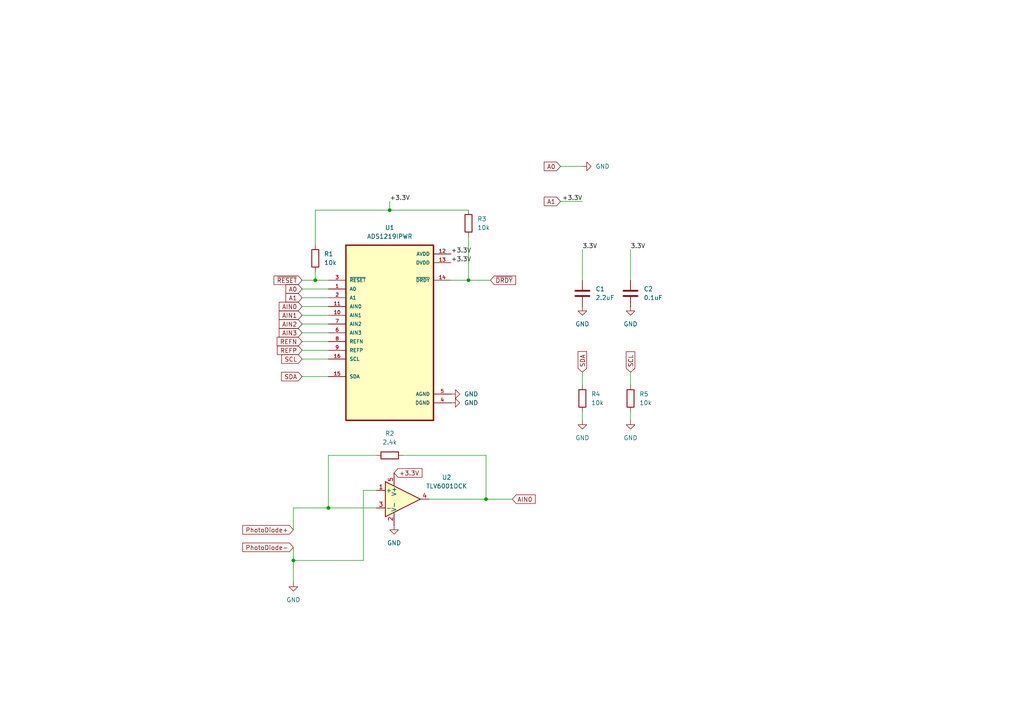
<source format=kicad_sch>
(kicad_sch
	(version 20231120)
	(generator "eeschema")
	(generator_version "8.0")
	(uuid "81b3bac8-7b40-4b78-8710-777a234a688f")
	(paper "A4")
	(lib_symbols
		(symbol "ADS1219IPWR:ADS1219IPWR"
			(pin_names
				(offset 1.016)
			)
			(exclude_from_sim no)
			(in_bom yes)
			(on_board yes)
			(property "Reference" "U"
				(at -12.7 26.4 0)
				(effects
					(font
						(size 1.27 1.27)
					)
					(justify left bottom)
				)
			)
			(property "Value" "ADS1219IPWR"
				(at -12.7 -29.4 0)
				(effects
					(font
						(size 1.27 1.27)
					)
					(justify left bottom)
				)
			)
			(property "Footprint" "ADS1219IPWR:SOP65P640X120-16N"
				(at 0 0 0)
				(effects
					(font
						(size 1.27 1.27)
					)
					(justify bottom)
					(hide yes)
				)
			)
			(property "Datasheet" ""
				(at 0 0 0)
				(effects
					(font
						(size 1.27 1.27)
					)
					(hide yes)
				)
			)
			(property "Description" ""
				(at 0 0 0)
				(effects
					(font
						(size 1.27 1.27)
					)
					(hide yes)
				)
			)
			(property "MF" "Texas Instruments"
				(at 0 0 0)
				(effects
					(font
						(size 1.27 1.27)
					)
					(justify bottom)
					(hide yes)
				)
			)
			(property "Description_1" "\n                        \n                            24-bit, 1kSPS, 4-ch general-purpose delta-sigma ADC with I2C interface and external Vref inputs\n                        \n"
				(at 0 0 0)
				(effects
					(font
						(size 1.27 1.27)
					)
					(justify bottom)
					(hide yes)
				)
			)
			(property "Package" "TSSOP-16 Texas Instruments"
				(at 0 0 0)
				(effects
					(font
						(size 1.27 1.27)
					)
					(justify bottom)
					(hide yes)
				)
			)
			(property "Price" "None"
				(at 0 0 0)
				(effects
					(font
						(size 1.27 1.27)
					)
					(justify bottom)
					(hide yes)
				)
			)
			(property "SnapEDA_Link" "https://www.snapeda.com/parts/ADS1219IPWR/Texas+Instruments/view-part/?ref=snap"
				(at 0 0 0)
				(effects
					(font
						(size 1.27 1.27)
					)
					(justify bottom)
					(hide yes)
				)
			)
			(property "MP" "ADS1219IPWR"
				(at 0 0 0)
				(effects
					(font
						(size 1.27 1.27)
					)
					(justify bottom)
					(hide yes)
				)
			)
			(property "Purchase-URL" "https://www.snapeda.com/api/url_track_click_mouser/?unipart_id=3077511&manufacturer=Texas Instruments&part_name=ADS1219IPWR&search_term=None"
				(at 0 0 0)
				(effects
					(font
						(size 1.27 1.27)
					)
					(justify bottom)
					(hide yes)
				)
			)
			(property "Availability" "In Stock"
				(at 0 0 0)
				(effects
					(font
						(size 1.27 1.27)
					)
					(justify bottom)
					(hide yes)
				)
			)
			(property "Check_prices" "https://www.snapeda.com/parts/ADS1219IPWR/Texas+Instruments/view-part/?ref=eda"
				(at 0 0 0)
				(effects
					(font
						(size 1.27 1.27)
					)
					(justify bottom)
					(hide yes)
				)
			)
			(symbol "ADS1219IPWR_0_0"
				(rectangle
					(start -12.7 -25.4)
					(end 12.7 25.4)
					(stroke
						(width 0.41)
						(type default)
					)
					(fill
						(type background)
					)
				)
				(pin input line
					(at -17.78 12.7 0)
					(length 5.08)
					(name "A0"
						(effects
							(font
								(size 1.016 1.016)
							)
						)
					)
					(number "1"
						(effects
							(font
								(size 1.016 1.016)
							)
						)
					)
				)
				(pin input line
					(at -17.78 5.08 0)
					(length 5.08)
					(name "AIN1"
						(effects
							(font
								(size 1.016 1.016)
							)
						)
					)
					(number "10"
						(effects
							(font
								(size 1.016 1.016)
							)
						)
					)
				)
				(pin input line
					(at -17.78 7.62 0)
					(length 5.08)
					(name "AIN0"
						(effects
							(font
								(size 1.016 1.016)
							)
						)
					)
					(number "11"
						(effects
							(font
								(size 1.016 1.016)
							)
						)
					)
				)
				(pin power_in line
					(at 17.78 22.86 180)
					(length 5.08)
					(name "AVDD"
						(effects
							(font
								(size 1.016 1.016)
							)
						)
					)
					(number "12"
						(effects
							(font
								(size 1.016 1.016)
							)
						)
					)
				)
				(pin power_in line
					(at 17.78 20.32 180)
					(length 5.08)
					(name "DVDD"
						(effects
							(font
								(size 1.016 1.016)
							)
						)
					)
					(number "13"
						(effects
							(font
								(size 1.016 1.016)
							)
						)
					)
				)
				(pin output line
					(at 17.78 15.24 180)
					(length 5.08)
					(name "~{DRDY}"
						(effects
							(font
								(size 1.016 1.016)
							)
						)
					)
					(number "14"
						(effects
							(font
								(size 1.016 1.016)
							)
						)
					)
				)
				(pin bidirectional line
					(at -17.78 -12.7 0)
					(length 5.08)
					(name "SDA"
						(effects
							(font
								(size 1.016 1.016)
							)
						)
					)
					(number "15"
						(effects
							(font
								(size 1.016 1.016)
							)
						)
					)
				)
				(pin input line
					(at -17.78 -7.62 0)
					(length 5.08)
					(name "SCL"
						(effects
							(font
								(size 1.016 1.016)
							)
						)
					)
					(number "16"
						(effects
							(font
								(size 1.016 1.016)
							)
						)
					)
				)
				(pin input line
					(at -17.78 10.16 0)
					(length 5.08)
					(name "A1"
						(effects
							(font
								(size 1.016 1.016)
							)
						)
					)
					(number "2"
						(effects
							(font
								(size 1.016 1.016)
							)
						)
					)
				)
				(pin input line
					(at -17.78 15.24 0)
					(length 5.08)
					(name "~{RESET}"
						(effects
							(font
								(size 1.016 1.016)
							)
						)
					)
					(number "3"
						(effects
							(font
								(size 1.016 1.016)
							)
						)
					)
				)
				(pin power_in line
					(at 17.78 -20.32 180)
					(length 5.08)
					(name "DGND"
						(effects
							(font
								(size 1.016 1.016)
							)
						)
					)
					(number "4"
						(effects
							(font
								(size 1.016 1.016)
							)
						)
					)
				)
				(pin power_in line
					(at 17.78 -17.78 180)
					(length 5.08)
					(name "AGND"
						(effects
							(font
								(size 1.016 1.016)
							)
						)
					)
					(number "5"
						(effects
							(font
								(size 1.016 1.016)
							)
						)
					)
				)
				(pin input line
					(at -17.78 0 0)
					(length 5.08)
					(name "AIN3"
						(effects
							(font
								(size 1.016 1.016)
							)
						)
					)
					(number "6"
						(effects
							(font
								(size 1.016 1.016)
							)
						)
					)
				)
				(pin input line
					(at -17.78 2.54 0)
					(length 5.08)
					(name "AIN2"
						(effects
							(font
								(size 1.016 1.016)
							)
						)
					)
					(number "7"
						(effects
							(font
								(size 1.016 1.016)
							)
						)
					)
				)
				(pin input line
					(at -17.78 -2.54 0)
					(length 5.08)
					(name "REFN"
						(effects
							(font
								(size 1.016 1.016)
							)
						)
					)
					(number "8"
						(effects
							(font
								(size 1.016 1.016)
							)
						)
					)
				)
				(pin input line
					(at -17.78 -5.08 0)
					(length 5.08)
					(name "REFP"
						(effects
							(font
								(size 1.016 1.016)
							)
						)
					)
					(number "9"
						(effects
							(font
								(size 1.016 1.016)
							)
						)
					)
				)
			)
		)
		(symbol "Amplifier_Operational:TLV6001DCK"
			(pin_names
				(offset 0.127)
			)
			(exclude_from_sim no)
			(in_bom yes)
			(on_board yes)
			(property "Reference" "U"
				(at 7.62 2.54 0)
				(effects
					(font
						(size 1.27 1.27)
					)
				)
			)
			(property "Value" "TLV6001DCK"
				(at 11.43 -2.54 0)
				(effects
					(font
						(size 1.27 1.27)
					)
				)
			)
			(property "Footprint" "Package_TO_SOT_SMD:SOT-353_SC-70-5"
				(at 5.08 0 0)
				(effects
					(font
						(size 1.27 1.27)
					)
					(hide yes)
				)
			)
			(property "Datasheet" "http://www.ti.com/lit/ds/symlink/tlv6001.pdf"
				(at 0 0 0)
				(effects
					(font
						(size 1.27 1.27)
					)
					(hide yes)
				)
			)
			(property "Description" "Low-power, Rail-to-rail, 1MHz Operational Amplifier, SOT-353"
				(at 0 0 0)
				(effects
					(font
						(size 1.27 1.27)
					)
					(hide yes)
				)
			)
			(property "ki_keywords" "op amp operational amplifier"
				(at 0 0 0)
				(effects
					(font
						(size 1.27 1.27)
					)
					(hide yes)
				)
			)
			(property "ki_fp_filters" "SOT*353*SC*70*"
				(at 0 0 0)
				(effects
					(font
						(size 1.27 1.27)
					)
					(hide yes)
				)
			)
			(symbol "TLV6001DCK_0_1"
				(polyline
					(pts
						(xy -2.54 5.08) (xy -2.54 -5.08) (xy 7.62 0) (xy -2.54 5.08)
					)
					(stroke
						(width 0.254)
						(type default)
					)
					(fill
						(type background)
					)
				)
			)
			(symbol "TLV6001DCK_1_1"
				(pin input line
					(at -5.08 2.54 0)
					(length 2.54)
					(name "+"
						(effects
							(font
								(size 1.27 1.27)
							)
						)
					)
					(number "1"
						(effects
							(font
								(size 1.27 1.27)
							)
						)
					)
				)
				(pin power_in line
					(at 0 -7.62 90)
					(length 3.81)
					(name "V-"
						(effects
							(font
								(size 1.27 1.27)
							)
						)
					)
					(number "2"
						(effects
							(font
								(size 1.27 1.27)
							)
						)
					)
				)
				(pin input line
					(at -5.08 -2.54 0)
					(length 2.54)
					(name "-"
						(effects
							(font
								(size 1.27 1.27)
							)
						)
					)
					(number "3"
						(effects
							(font
								(size 1.27 1.27)
							)
						)
					)
				)
				(pin output line
					(at 10.16 0 180)
					(length 2.54)
					(name "~"
						(effects
							(font
								(size 1.27 1.27)
							)
						)
					)
					(number "4"
						(effects
							(font
								(size 1.27 1.27)
							)
						)
					)
				)
				(pin power_in line
					(at 0 7.62 270)
					(length 3.81)
					(name "V+"
						(effects
							(font
								(size 1.27 1.27)
							)
						)
					)
					(number "5"
						(effects
							(font
								(size 1.27 1.27)
							)
						)
					)
				)
			)
		)
		(symbol "Device:C"
			(pin_numbers hide)
			(pin_names
				(offset 0.254)
			)
			(exclude_from_sim no)
			(in_bom yes)
			(on_board yes)
			(property "Reference" "C"
				(at 0.635 2.54 0)
				(effects
					(font
						(size 1.27 1.27)
					)
					(justify left)
				)
			)
			(property "Value" "C"
				(at 0.635 -2.54 0)
				(effects
					(font
						(size 1.27 1.27)
					)
					(justify left)
				)
			)
			(property "Footprint" ""
				(at 0.9652 -3.81 0)
				(effects
					(font
						(size 1.27 1.27)
					)
					(hide yes)
				)
			)
			(property "Datasheet" "~"
				(at 0 0 0)
				(effects
					(font
						(size 1.27 1.27)
					)
					(hide yes)
				)
			)
			(property "Description" "Unpolarized capacitor"
				(at 0 0 0)
				(effects
					(font
						(size 1.27 1.27)
					)
					(hide yes)
				)
			)
			(property "ki_keywords" "cap capacitor"
				(at 0 0 0)
				(effects
					(font
						(size 1.27 1.27)
					)
					(hide yes)
				)
			)
			(property "ki_fp_filters" "C_*"
				(at 0 0 0)
				(effects
					(font
						(size 1.27 1.27)
					)
					(hide yes)
				)
			)
			(symbol "C_0_1"
				(polyline
					(pts
						(xy -2.032 -0.762) (xy 2.032 -0.762)
					)
					(stroke
						(width 0.508)
						(type default)
					)
					(fill
						(type none)
					)
				)
				(polyline
					(pts
						(xy -2.032 0.762) (xy 2.032 0.762)
					)
					(stroke
						(width 0.508)
						(type default)
					)
					(fill
						(type none)
					)
				)
			)
			(symbol "C_1_1"
				(pin passive line
					(at 0 3.81 270)
					(length 2.794)
					(name "~"
						(effects
							(font
								(size 1.27 1.27)
							)
						)
					)
					(number "1"
						(effects
							(font
								(size 1.27 1.27)
							)
						)
					)
				)
				(pin passive line
					(at 0 -3.81 90)
					(length 2.794)
					(name "~"
						(effects
							(font
								(size 1.27 1.27)
							)
						)
					)
					(number "2"
						(effects
							(font
								(size 1.27 1.27)
							)
						)
					)
				)
			)
		)
		(symbol "Device:R"
			(pin_numbers hide)
			(pin_names
				(offset 0)
			)
			(exclude_from_sim no)
			(in_bom yes)
			(on_board yes)
			(property "Reference" "R"
				(at 2.032 0 90)
				(effects
					(font
						(size 1.27 1.27)
					)
				)
			)
			(property "Value" "R"
				(at 0 0 90)
				(effects
					(font
						(size 1.27 1.27)
					)
				)
			)
			(property "Footprint" ""
				(at -1.778 0 90)
				(effects
					(font
						(size 1.27 1.27)
					)
					(hide yes)
				)
			)
			(property "Datasheet" "~"
				(at 0 0 0)
				(effects
					(font
						(size 1.27 1.27)
					)
					(hide yes)
				)
			)
			(property "Description" "Resistor"
				(at 0 0 0)
				(effects
					(font
						(size 1.27 1.27)
					)
					(hide yes)
				)
			)
			(property "ki_keywords" "R res resistor"
				(at 0 0 0)
				(effects
					(font
						(size 1.27 1.27)
					)
					(hide yes)
				)
			)
			(property "ki_fp_filters" "R_*"
				(at 0 0 0)
				(effects
					(font
						(size 1.27 1.27)
					)
					(hide yes)
				)
			)
			(symbol "R_0_1"
				(rectangle
					(start -1.016 -2.54)
					(end 1.016 2.54)
					(stroke
						(width 0.254)
						(type default)
					)
					(fill
						(type none)
					)
				)
			)
			(symbol "R_1_1"
				(pin passive line
					(at 0 3.81 270)
					(length 1.27)
					(name "~"
						(effects
							(font
								(size 1.27 1.27)
							)
						)
					)
					(number "1"
						(effects
							(font
								(size 1.27 1.27)
							)
						)
					)
				)
				(pin passive line
					(at 0 -3.81 90)
					(length 1.27)
					(name "~"
						(effects
							(font
								(size 1.27 1.27)
							)
						)
					)
					(number "2"
						(effects
							(font
								(size 1.27 1.27)
							)
						)
					)
				)
			)
		)
		(symbol "power:GND"
			(power)
			(pin_numbers hide)
			(pin_names
				(offset 0) hide)
			(exclude_from_sim no)
			(in_bom yes)
			(on_board yes)
			(property "Reference" "#PWR"
				(at 0 -6.35 0)
				(effects
					(font
						(size 1.27 1.27)
					)
					(hide yes)
				)
			)
			(property "Value" "GND"
				(at 0 -3.81 0)
				(effects
					(font
						(size 1.27 1.27)
					)
				)
			)
			(property "Footprint" ""
				(at 0 0 0)
				(effects
					(font
						(size 1.27 1.27)
					)
					(hide yes)
				)
			)
			(property "Datasheet" ""
				(at 0 0 0)
				(effects
					(font
						(size 1.27 1.27)
					)
					(hide yes)
				)
			)
			(property "Description" "Power symbol creates a global label with name \"GND\" , ground"
				(at 0 0 0)
				(effects
					(font
						(size 1.27 1.27)
					)
					(hide yes)
				)
			)
			(property "ki_keywords" "global power"
				(at 0 0 0)
				(effects
					(font
						(size 1.27 1.27)
					)
					(hide yes)
				)
			)
			(symbol "GND_0_1"
				(polyline
					(pts
						(xy 0 0) (xy 0 -1.27) (xy 1.27 -1.27) (xy 0 -2.54) (xy -1.27 -1.27) (xy 0 -1.27)
					)
					(stroke
						(width 0)
						(type default)
					)
					(fill
						(type none)
					)
				)
			)
			(symbol "GND_1_1"
				(pin power_in line
					(at 0 0 270)
					(length 0)
					(name "~"
						(effects
							(font
								(size 1.27 1.27)
							)
						)
					)
					(number "1"
						(effects
							(font
								(size 1.27 1.27)
							)
						)
					)
				)
			)
		)
	)
	(junction
		(at 140.97 144.78)
		(diameter 0)
		(color 0 0 0 0)
		(uuid "0bd1ac15-e755-4a46-bf68-956bad38a3bd")
	)
	(junction
		(at 91.44 81.28)
		(diameter 0)
		(color 0 0 0 0)
		(uuid "32207f5b-d1f3-44c2-8e2c-e875af4d7e4a")
	)
	(junction
		(at 85.09 162.56)
		(diameter 0)
		(color 0 0 0 0)
		(uuid "3a613d10-8eb8-4c7e-aef8-d0fb68a9578f")
	)
	(junction
		(at 135.89 81.28)
		(diameter 0)
		(color 0 0 0 0)
		(uuid "3ae453c4-7c0c-4574-b004-474c81503e1e")
	)
	(junction
		(at 113.03 60.96)
		(diameter 0)
		(color 0 0 0 0)
		(uuid "869ebe36-d0fa-46a9-8fb0-0a6279dd69fc")
	)
	(junction
		(at 95.25 147.32)
		(diameter 0)
		(color 0 0 0 0)
		(uuid "8a2f3f29-ec74-46d4-8236-de84c2fd2d71")
	)
	(wire
		(pts
			(xy 87.63 109.22) (xy 95.25 109.22)
		)
		(stroke
			(width 0)
			(type default)
		)
		(uuid "0450e111-1a59-4144-a972-61aba0db8a45")
	)
	(wire
		(pts
			(xy 87.63 96.52) (xy 95.25 96.52)
		)
		(stroke
			(width 0)
			(type default)
		)
		(uuid "04a90a63-2617-40a7-b920-b26f73d69be7")
	)
	(wire
		(pts
			(xy 91.44 81.28) (xy 95.25 81.28)
		)
		(stroke
			(width 0)
			(type default)
		)
		(uuid "07eb7041-14d0-4be8-8905-59c1abbbe435")
	)
	(wire
		(pts
			(xy 182.88 119.38) (xy 182.88 121.92)
		)
		(stroke
			(width 0)
			(type default)
		)
		(uuid "0ca246bf-c74c-425c-af36-c6352d846aa9")
	)
	(wire
		(pts
			(xy 87.63 101.6) (xy 95.25 101.6)
		)
		(stroke
			(width 0)
			(type default)
		)
		(uuid "16d59049-b7ba-478d-902c-690cf8e17844")
	)
	(wire
		(pts
			(xy 87.63 93.98) (xy 95.25 93.98)
		)
		(stroke
			(width 0)
			(type default)
		)
		(uuid "2215a5a4-9a4f-422d-8e18-a06266681c22")
	)
	(wire
		(pts
			(xy 95.25 147.32) (xy 109.22 147.32)
		)
		(stroke
			(width 0)
			(type default)
		)
		(uuid "29a62d53-09b3-411e-aaf6-02d527bb152a")
	)
	(wire
		(pts
			(xy 87.63 83.82) (xy 95.25 83.82)
		)
		(stroke
			(width 0)
			(type default)
		)
		(uuid "316b1c7a-2fbc-4eb9-8fe0-d535c6a34633")
	)
	(wire
		(pts
			(xy 182.88 107.95) (xy 182.88 111.76)
		)
		(stroke
			(width 0)
			(type default)
		)
		(uuid "4ae716a6-e040-4649-933a-fbd4b911c27b")
	)
	(wire
		(pts
			(xy 168.91 119.38) (xy 168.91 121.92)
		)
		(stroke
			(width 0)
			(type default)
		)
		(uuid "4b1d2813-5879-41d1-ba1f-ff1157b5cc08")
	)
	(wire
		(pts
			(xy 168.91 72.39) (xy 168.91 81.28)
		)
		(stroke
			(width 0)
			(type default)
		)
		(uuid "4bdd14be-dea6-423c-b5a2-94d293c9f376")
	)
	(wire
		(pts
			(xy 85.09 162.56) (xy 85.09 168.91)
		)
		(stroke
			(width 0)
			(type default)
		)
		(uuid "5496927b-07fb-4522-8a93-8d62073cd530")
	)
	(wire
		(pts
			(xy 87.63 86.36) (xy 95.25 86.36)
		)
		(stroke
			(width 0)
			(type default)
		)
		(uuid "687e9d91-7700-40c4-8b1d-e9f7796864af")
	)
	(wire
		(pts
			(xy 130.81 81.28) (xy 135.89 81.28)
		)
		(stroke
			(width 0)
			(type default)
		)
		(uuid "6a80ae08-4d6a-4ff7-b597-8d647746c802")
	)
	(wire
		(pts
			(xy 91.44 71.12) (xy 91.44 60.96)
		)
		(stroke
			(width 0)
			(type default)
		)
		(uuid "6c296ab8-77f9-4a02-9df5-ada8fd64c417")
	)
	(wire
		(pts
			(xy 91.44 60.96) (xy 113.03 60.96)
		)
		(stroke
			(width 0)
			(type default)
		)
		(uuid "720f61aa-73ae-44be-9fbd-849f31a5bc12")
	)
	(wire
		(pts
			(xy 140.97 132.08) (xy 140.97 144.78)
		)
		(stroke
			(width 0)
			(type default)
		)
		(uuid "74e0ea3b-b265-4bbd-8790-af356a0f28c2")
	)
	(wire
		(pts
			(xy 85.09 147.32) (xy 95.25 147.32)
		)
		(stroke
			(width 0)
			(type default)
		)
		(uuid "7b6b75d5-6686-4caf-9eb5-af633e76b4a0")
	)
	(wire
		(pts
			(xy 87.63 99.06) (xy 95.25 99.06)
		)
		(stroke
			(width 0)
			(type default)
		)
		(uuid "896b2bc5-a256-4a55-9044-d34762b86bf4")
	)
	(wire
		(pts
			(xy 135.89 81.28) (xy 142.24 81.28)
		)
		(stroke
			(width 0)
			(type default)
		)
		(uuid "93764237-4026-4fe5-b45c-30f32d3c8834")
	)
	(wire
		(pts
			(xy 140.97 144.78) (xy 124.46 144.78)
		)
		(stroke
			(width 0)
			(type default)
		)
		(uuid "9e5d342a-69d6-4f02-b851-1fa857fabaa2")
	)
	(wire
		(pts
			(xy 135.89 68.58) (xy 135.89 81.28)
		)
		(stroke
			(width 0)
			(type default)
		)
		(uuid "ab2827a2-9a06-47a8-ba96-fed3fd35fd33")
	)
	(wire
		(pts
			(xy 168.91 107.95) (xy 168.91 111.76)
		)
		(stroke
			(width 0)
			(type default)
		)
		(uuid "ac5c71bf-8f0e-4805-b728-d9b97d8b8716")
	)
	(wire
		(pts
			(xy 113.03 58.42) (xy 113.03 60.96)
		)
		(stroke
			(width 0)
			(type default)
		)
		(uuid "ae37307b-be87-46e1-82e3-fc49eb1b70cb")
	)
	(wire
		(pts
			(xy 85.09 153.67) (xy 85.09 147.32)
		)
		(stroke
			(width 0)
			(type default)
		)
		(uuid "b219aed4-320c-4d64-8890-67b5d77720f6")
	)
	(wire
		(pts
			(xy 85.09 158.75) (xy 85.09 162.56)
		)
		(stroke
			(width 0)
			(type default)
		)
		(uuid "bc438b9a-683a-48db-9831-5f0266301674")
	)
	(wire
		(pts
			(xy 116.84 132.08) (xy 140.97 132.08)
		)
		(stroke
			(width 0)
			(type default)
		)
		(uuid "c6b97810-c294-408e-a07a-b0e64703943f")
	)
	(wire
		(pts
			(xy 182.88 72.39) (xy 182.88 81.28)
		)
		(stroke
			(width 0)
			(type default)
		)
		(uuid "d15d9826-56aa-4825-89ab-82e1f5b7e9f5")
	)
	(wire
		(pts
			(xy 91.44 78.74) (xy 91.44 81.28)
		)
		(stroke
			(width 0)
			(type default)
		)
		(uuid "d22cd321-a795-4e4b-af5b-feb02332f6da")
	)
	(wire
		(pts
			(xy 87.63 81.28) (xy 91.44 81.28)
		)
		(stroke
			(width 0)
			(type default)
		)
		(uuid "d3a0809c-20d4-4d1c-a277-3acc69ce5e87")
	)
	(wire
		(pts
			(xy 87.63 88.9) (xy 95.25 88.9)
		)
		(stroke
			(width 0)
			(type default)
		)
		(uuid "d508c741-778c-4307-82a3-5e97973bcb37")
	)
	(wire
		(pts
			(xy 105.41 162.56) (xy 85.09 162.56)
		)
		(stroke
			(width 0)
			(type default)
		)
		(uuid "e1d83e5b-5cc4-4a07-a1af-9e04cefcdce8")
	)
	(wire
		(pts
			(xy 87.63 91.44) (xy 95.25 91.44)
		)
		(stroke
			(width 0)
			(type default)
		)
		(uuid "e794c8ac-c948-4263-aa35-89882eca5c52")
	)
	(wire
		(pts
			(xy 95.25 132.08) (xy 109.22 132.08)
		)
		(stroke
			(width 0)
			(type default)
		)
		(uuid "e8394836-8fac-4f0f-a330-bf1e2c6080af")
	)
	(wire
		(pts
			(xy 162.56 58.42) (xy 168.91 58.42)
		)
		(stroke
			(width 0)
			(type default)
		)
		(uuid "e90150cf-59b0-4afe-82b9-a51082a7ef38")
	)
	(wire
		(pts
			(xy 87.63 104.14) (xy 95.25 104.14)
		)
		(stroke
			(width 0)
			(type default)
		)
		(uuid "ee454d06-48af-4f31-966d-c359a3bc3984")
	)
	(wire
		(pts
			(xy 113.03 60.96) (xy 135.89 60.96)
		)
		(stroke
			(width 0)
			(type default)
		)
		(uuid "f07a80a3-3e05-49b1-87b1-52298aed3c1e")
	)
	(wire
		(pts
			(xy 95.25 147.32) (xy 95.25 132.08)
		)
		(stroke
			(width 0)
			(type default)
		)
		(uuid "f6b549ad-53a8-41af-a851-ff6c84e62552")
	)
	(wire
		(pts
			(xy 109.22 142.24) (xy 105.41 142.24)
		)
		(stroke
			(width 0)
			(type default)
		)
		(uuid "f772fb76-4beb-4a98-8ce9-83b76fc3a84f")
	)
	(wire
		(pts
			(xy 162.56 48.26) (xy 168.91 48.26)
		)
		(stroke
			(width 0)
			(type default)
		)
		(uuid "fafe42b9-2036-4b39-9077-2bebcd29c2a4")
	)
	(wire
		(pts
			(xy 140.97 144.78) (xy 148.59 144.78)
		)
		(stroke
			(width 0)
			(type default)
		)
		(uuid "fccd7052-8d21-428c-9b4a-dd6dec88acc8")
	)
	(wire
		(pts
			(xy 105.41 142.24) (xy 105.41 162.56)
		)
		(stroke
			(width 0)
			(type default)
		)
		(uuid "fff09bb3-f6b4-4841-bb94-2586738565b6")
	)
	(label "+3.3V"
		(at 113.03 58.42 0)
		(fields_autoplaced yes)
		(effects
			(font
				(size 1.27 1.27)
			)
			(justify left bottom)
		)
		(uuid "164a731b-e3b2-43b8-8a0d-f756c136f88d")
	)
	(label "3.3V"
		(at 182.88 72.39 0)
		(fields_autoplaced yes)
		(effects
			(font
				(size 1.27 1.27)
			)
			(justify left bottom)
		)
		(uuid "447b1340-21b2-4a6c-99e7-60f946122da8")
	)
	(label "+3.3V"
		(at 130.81 73.66 0)
		(fields_autoplaced yes)
		(effects
			(font
				(size 1.27 1.27)
			)
			(justify left bottom)
		)
		(uuid "4fd7cef7-4244-4cea-88f5-4954b8e05e5a")
	)
	(label "+3.3V"
		(at 130.81 76.2 0)
		(fields_autoplaced yes)
		(effects
			(font
				(size 1.27 1.27)
			)
			(justify left bottom)
		)
		(uuid "6af61025-b50e-47d6-b8b6-5149b0d96065")
	)
	(label "+3.3V"
		(at 168.91 58.42 180)
		(fields_autoplaced yes)
		(effects
			(font
				(size 1.27 1.27)
			)
			(justify right bottom)
		)
		(uuid "96905ab8-1ac2-4d0b-bef9-78ec6fded0b2")
	)
	(label "3.3V"
		(at 168.91 72.39 0)
		(fields_autoplaced yes)
		(effects
			(font
				(size 1.27 1.27)
			)
			(justify left bottom)
		)
		(uuid "d46953c5-9e5f-4865-b69d-cb07480d420f")
	)
	(global_label "SCL"
		(shape input)
		(at 87.63 104.14 180)
		(fields_autoplaced yes)
		(effects
			(font
				(size 1.27 1.27)
			)
			(justify right)
		)
		(uuid "15a63557-a9f9-41ae-8881-910561f729ad")
		(property "Intersheetrefs" "${INTERSHEET_REFS}"
			(at 81.1372 104.14 0)
			(effects
				(font
					(size 1.27 1.27)
				)
				(justify right)
				(hide yes)
			)
		)
	)
	(global_label "A0"
		(shape input)
		(at 162.56 48.26 180)
		(fields_autoplaced yes)
		(effects
			(font
				(size 1.27 1.27)
			)
			(justify right)
		)
		(uuid "1ed38f08-0bed-4ad1-848f-30affd81ed98")
		(property "Intersheetrefs" "${INTERSHEET_REFS}"
			(at 157.2767 48.26 0)
			(effects
				(font
					(size 1.27 1.27)
				)
				(justify right)
				(hide yes)
			)
		)
	)
	(global_label "+3.3V"
		(shape input)
		(at 114.3 137.16 0)
		(fields_autoplaced yes)
		(effects
			(font
				(size 1.27 1.27)
			)
			(justify left)
		)
		(uuid "4e2e0b47-8655-44c0-98f6-9febd1666106")
		(property "Intersheetrefs" "${INTERSHEET_REFS}"
			(at 122.97 137.16 0)
			(effects
				(font
					(size 1.27 1.27)
				)
				(justify left)
				(hide yes)
			)
		)
	)
	(global_label "AIN3"
		(shape input)
		(at 87.63 96.52 180)
		(fields_autoplaced yes)
		(effects
			(font
				(size 1.27 1.27)
			)
			(justify right)
		)
		(uuid "502261ab-deac-4caf-bfde-591a407eb97d")
		(property "Intersheetrefs" "${INTERSHEET_REFS}"
			(at 80.4114 96.52 0)
			(effects
				(font
					(size 1.27 1.27)
				)
				(justify right)
				(hide yes)
			)
		)
	)
	(global_label "~{DRDY}"
		(shape input)
		(at 142.24 81.28 0)
		(fields_autoplaced yes)
		(effects
			(font
				(size 1.27 1.27)
			)
			(justify left)
		)
		(uuid "535e1b80-af14-4420-8b16-0344ebcb7646")
		(property "Intersheetrefs" "${INTERSHEET_REFS}"
			(at 150.1238 81.28 0)
			(effects
				(font
					(size 1.27 1.27)
				)
				(justify left)
				(hide yes)
			)
		)
	)
	(global_label "A1"
		(shape input)
		(at 162.56 58.42 180)
		(fields_autoplaced yes)
		(effects
			(font
				(size 1.27 1.27)
			)
			(justify right)
		)
		(uuid "5be4b570-2bc5-496d-975d-144b91bcf8df")
		(property "Intersheetrefs" "${INTERSHEET_REFS}"
			(at 157.2767 58.42 0)
			(effects
				(font
					(size 1.27 1.27)
				)
				(justify right)
				(hide yes)
			)
		)
	)
	(global_label "A1"
		(shape input)
		(at 87.63 86.36 180)
		(fields_autoplaced yes)
		(effects
			(font
				(size 1.27 1.27)
			)
			(justify right)
		)
		(uuid "692e1832-e1d0-41d6-ba7f-0ea2756e3544")
		(property "Intersheetrefs" "${INTERSHEET_REFS}"
			(at 82.3467 86.36 0)
			(effects
				(font
					(size 1.27 1.27)
				)
				(justify right)
				(hide yes)
			)
		)
	)
	(global_label "SDA"
		(shape input)
		(at 168.91 107.95 90)
		(fields_autoplaced yes)
		(effects
			(font
				(size 1.27 1.27)
			)
			(justify left)
		)
		(uuid "7bb65827-3737-41a4-af46-67992a27cdfe")
		(property "Intersheetrefs" "${INTERSHEET_REFS}"
			(at 168.91 101.3967 90)
			(effects
				(font
					(size 1.27 1.27)
				)
				(justify left)
				(hide yes)
			)
		)
	)
	(global_label "~{RESET}"
		(shape input)
		(at 87.63 81.28 180)
		(fields_autoplaced yes)
		(effects
			(font
				(size 1.27 1.27)
			)
			(justify right)
		)
		(uuid "959206c2-6755-40e2-b755-9a50f2046c4a")
		(property "Intersheetrefs" "${INTERSHEET_REFS}"
			(at 78.8997 81.28 0)
			(effects
				(font
					(size 1.27 1.27)
				)
				(justify right)
				(hide yes)
			)
		)
	)
	(global_label "AIN0"
		(shape input)
		(at 148.59 144.78 0)
		(fields_autoplaced yes)
		(effects
			(font
				(size 1.27 1.27)
			)
			(justify left)
		)
		(uuid "abb117df-d6da-4309-a10c-677e52871219")
		(property "Intersheetrefs" "${INTERSHEET_REFS}"
			(at 155.8086 144.78 0)
			(effects
				(font
					(size 1.27 1.27)
				)
				(justify left)
				(hide yes)
			)
		)
	)
	(global_label "SDA"
		(shape input)
		(at 87.63 109.22 180)
		(fields_autoplaced yes)
		(effects
			(font
				(size 1.27 1.27)
			)
			(justify right)
		)
		(uuid "ad40a929-80f8-4861-824f-6c9bbeefa43d")
		(property "Intersheetrefs" "${INTERSHEET_REFS}"
			(at 81.0767 109.22 0)
			(effects
				(font
					(size 1.27 1.27)
				)
				(justify right)
				(hide yes)
			)
		)
	)
	(global_label "A0"
		(shape input)
		(at 87.63 83.82 180)
		(fields_autoplaced yes)
		(effects
			(font
				(size 1.27 1.27)
			)
			(justify right)
		)
		(uuid "ae79eb79-0798-4dfe-81f2-bfd8a206f625")
		(property "Intersheetrefs" "${INTERSHEET_REFS}"
			(at 82.3467 83.82 0)
			(effects
				(font
					(size 1.27 1.27)
				)
				(justify right)
				(hide yes)
			)
		)
	)
	(global_label "REFP"
		(shape input)
		(at 87.63 101.6 180)
		(fields_autoplaced yes)
		(effects
			(font
				(size 1.27 1.27)
			)
			(justify right)
		)
		(uuid "c545726f-bee2-4039-93f5-c931b8f88618")
		(property "Intersheetrefs" "${INTERSHEET_REFS}"
			(at 79.8672 101.6 0)
			(effects
				(font
					(size 1.27 1.27)
				)
				(justify right)
				(hide yes)
			)
		)
	)
	(global_label "AIN2"
		(shape input)
		(at 87.63 93.98 180)
		(fields_autoplaced yes)
		(effects
			(font
				(size 1.27 1.27)
			)
			(justify right)
		)
		(uuid "cf6969fe-6ccf-4adf-987a-8c000fe68fb4")
		(property "Intersheetrefs" "${INTERSHEET_REFS}"
			(at 80.4114 93.98 0)
			(effects
				(font
					(size 1.27 1.27)
				)
				(justify right)
				(hide yes)
			)
		)
	)
	(global_label "PhotoDiode+"
		(shape input)
		(at 85.09 153.67 180)
		(fields_autoplaced yes)
		(effects
			(font
				(size 1.27 1.27)
			)
			(justify right)
		)
		(uuid "cfde4e39-ca28-4022-80bf-0b734f9b2b93")
		(property "Intersheetrefs" "${INTERSHEET_REFS}"
			(at 69.8283 153.67 0)
			(effects
				(font
					(size 1.27 1.27)
				)
				(justify right)
				(hide yes)
			)
		)
	)
	(global_label "AIN0"
		(shape input)
		(at 87.63 88.9 180)
		(fields_autoplaced yes)
		(effects
			(font
				(size 1.27 1.27)
			)
			(justify right)
		)
		(uuid "d1d35a22-b603-4d41-848c-edad77c12d82")
		(property "Intersheetrefs" "${INTERSHEET_REFS}"
			(at 80.4114 88.9 0)
			(effects
				(font
					(size 1.27 1.27)
				)
				(justify right)
				(hide yes)
			)
		)
	)
	(global_label "PhotoDiode-"
		(shape input)
		(at 85.09 158.75 180)
		(fields_autoplaced yes)
		(effects
			(font
				(size 1.27 1.27)
			)
			(justify right)
		)
		(uuid "e59fef20-1612-4313-a9ed-4c5cf437784f")
		(property "Intersheetrefs" "${INTERSHEET_REFS}"
			(at 69.8283 158.75 0)
			(effects
				(font
					(size 1.27 1.27)
				)
				(justify right)
				(hide yes)
			)
		)
	)
	(global_label "REFN"
		(shape input)
		(at 87.63 99.06 180)
		(fields_autoplaced yes)
		(effects
			(font
				(size 1.27 1.27)
			)
			(justify right)
		)
		(uuid "f247b2ff-a461-4a00-9326-6e8894efccfc")
		(property "Intersheetrefs" "${INTERSHEET_REFS}"
			(at 79.8067 99.06 0)
			(effects
				(font
					(size 1.27 1.27)
				)
				(justify right)
				(hide yes)
			)
		)
	)
	(global_label "SCL"
		(shape input)
		(at 182.88 107.95 90)
		(fields_autoplaced yes)
		(effects
			(font
				(size 1.27 1.27)
			)
			(justify left)
		)
		(uuid "f369148b-bb8e-4989-b518-a2e8036fdf64")
		(property "Intersheetrefs" "${INTERSHEET_REFS}"
			(at 182.88 101.4572 90)
			(effects
				(font
					(size 1.27 1.27)
				)
				(justify left)
				(hide yes)
			)
		)
	)
	(global_label "AIN1"
		(shape input)
		(at 87.63 91.44 180)
		(fields_autoplaced yes)
		(effects
			(font
				(size 1.27 1.27)
			)
			(justify right)
		)
		(uuid "f951c191-b570-4b02-834c-2e01c6a1cdf6")
		(property "Intersheetrefs" "${INTERSHEET_REFS}"
			(at 80.4114 91.44 0)
			(effects
				(font
					(size 1.27 1.27)
				)
				(justify right)
				(hide yes)
			)
		)
	)
	(symbol
		(lib_id "power:GND")
		(at 168.91 88.9 0)
		(unit 1)
		(exclude_from_sim no)
		(in_bom yes)
		(on_board yes)
		(dnp no)
		(fields_autoplaced yes)
		(uuid "1717c988-caf1-46d4-8edb-8a8c9f4974fb")
		(property "Reference" "#PWR03"
			(at 168.91 95.25 0)
			(effects
				(font
					(size 1.27 1.27)
				)
				(hide yes)
			)
		)
		(property "Value" "GND"
			(at 168.91 93.98 0)
			(effects
				(font
					(size 1.27 1.27)
				)
			)
		)
		(property "Footprint" ""
			(at 168.91 88.9 0)
			(effects
				(font
					(size 1.27 1.27)
				)
				(hide yes)
			)
		)
		(property "Datasheet" ""
			(at 168.91 88.9 0)
			(effects
				(font
					(size 1.27 1.27)
				)
				(hide yes)
			)
		)
		(property "Description" "Power symbol creates a global label with name \"GND\" , ground"
			(at 168.91 88.9 0)
			(effects
				(font
					(size 1.27 1.27)
				)
				(hide yes)
			)
		)
		(pin "1"
			(uuid "ba76ba7d-4c6c-4766-b4ca-83a60f49a1e9")
		)
		(instances
			(project ""
				(path "/81b3bac8-7b40-4b78-8710-777a234a688f"
					(reference "#PWR03")
					(unit 1)
				)
			)
		)
	)
	(symbol
		(lib_id "power:GND")
		(at 114.3 152.4 0)
		(unit 1)
		(exclude_from_sim no)
		(in_bom yes)
		(on_board yes)
		(dnp no)
		(fields_autoplaced yes)
		(uuid "272f85bb-dd5e-4a33-8afc-95c2039a03b7")
		(property "Reference" "#PWR07"
			(at 114.3 158.75 0)
			(effects
				(font
					(size 1.27 1.27)
				)
				(hide yes)
			)
		)
		(property "Value" "GND"
			(at 114.3 157.48 0)
			(effects
				(font
					(size 1.27 1.27)
				)
			)
		)
		(property "Footprint" ""
			(at 114.3 152.4 0)
			(effects
				(font
					(size 1.27 1.27)
				)
				(hide yes)
			)
		)
		(property "Datasheet" ""
			(at 114.3 152.4 0)
			(effects
				(font
					(size 1.27 1.27)
				)
				(hide yes)
			)
		)
		(property "Description" "Power symbol creates a global label with name \"GND\" , ground"
			(at 114.3 152.4 0)
			(effects
				(font
					(size 1.27 1.27)
				)
				(hide yes)
			)
		)
		(pin "1"
			(uuid "20cab624-095f-46ed-8710-536e4dcbc4d8")
		)
		(instances
			(project ""
				(path "/81b3bac8-7b40-4b78-8710-777a234a688f"
					(reference "#PWR07")
					(unit 1)
				)
			)
		)
	)
	(symbol
		(lib_id "power:GND")
		(at 130.81 114.3 90)
		(unit 1)
		(exclude_from_sim no)
		(in_bom yes)
		(on_board yes)
		(dnp no)
		(fields_autoplaced yes)
		(uuid "2736e114-2465-46ec-b585-d59917dd4ec0")
		(property "Reference" "#PWR01"
			(at 137.16 114.3 0)
			(effects
				(font
					(size 1.27 1.27)
				)
				(hide yes)
			)
		)
		(property "Value" "GND"
			(at 134.62 114.2999 90)
			(effects
				(font
					(size 1.27 1.27)
				)
				(justify right)
			)
		)
		(property "Footprint" ""
			(at 130.81 114.3 0)
			(effects
				(font
					(size 1.27 1.27)
				)
				(hide yes)
			)
		)
		(property "Datasheet" ""
			(at 130.81 114.3 0)
			(effects
				(font
					(size 1.27 1.27)
				)
				(hide yes)
			)
		)
		(property "Description" "Power symbol creates a global label with name \"GND\" , ground"
			(at 130.81 114.3 0)
			(effects
				(font
					(size 1.27 1.27)
				)
				(hide yes)
			)
		)
		(pin "1"
			(uuid "80c2f6d6-9a11-4fff-8402-8cfadc3aece0")
		)
		(instances
			(project ""
				(path "/81b3bac8-7b40-4b78-8710-777a234a688f"
					(reference "#PWR01")
					(unit 1)
				)
			)
		)
	)
	(symbol
		(lib_id "ADS1219IPWR:ADS1219IPWR")
		(at 113.03 96.52 0)
		(unit 1)
		(exclude_from_sim no)
		(in_bom yes)
		(on_board yes)
		(dnp no)
		(uuid "3e855f92-213a-4f85-bad1-33d88b03a0c9")
		(property "Reference" "U1"
			(at 113.03 66.04 0)
			(effects
				(font
					(size 1.27 1.27)
				)
			)
		)
		(property "Value" "ADS1219IPWR"
			(at 113.03 68.58 0)
			(effects
				(font
					(size 1.27 1.27)
				)
			)
		)
		(property "Footprint" "ADS1219IPWR:SOP65P640X120-16N"
			(at 113.03 96.52 0)
			(effects
				(font
					(size 1.27 1.27)
				)
				(justify bottom)
				(hide yes)
			)
		)
		(property "Datasheet" ""
			(at 113.03 96.52 0)
			(effects
				(font
					(size 1.27 1.27)
				)
				(hide yes)
			)
		)
		(property "Description" ""
			(at 113.03 96.52 0)
			(effects
				(font
					(size 1.27 1.27)
				)
				(hide yes)
			)
		)
		(property "MF" "Texas Instruments"
			(at 113.03 96.52 0)
			(effects
				(font
					(size 1.27 1.27)
				)
				(justify bottom)
				(hide yes)
			)
		)
		(property "Description_1" "\n                        \n                            24-bit, 1kSPS, 4-ch general-purpose delta-sigma ADC with I2C interface and external Vref inputs\n                        \n"
			(at 113.03 96.52 0)
			(effects
				(font
					(size 1.27 1.27)
				)
				(justify bottom)
				(hide yes)
			)
		)
		(property "Package" "TSSOP-16 Texas Instruments"
			(at 113.03 96.52 0)
			(effects
				(font
					(size 1.27 1.27)
				)
				(justify bottom)
				(hide yes)
			)
		)
		(property "Price" "None"
			(at 113.03 96.52 0)
			(effects
				(font
					(size 1.27 1.27)
				)
				(justify bottom)
				(hide yes)
			)
		)
		(property "SnapEDA_Link" "https://www.snapeda.com/parts/ADS1219IPWR/Texas+Instruments/view-part/?ref=snap"
			(at 113.03 96.52 0)
			(effects
				(font
					(size 1.27 1.27)
				)
				(justify bottom)
				(hide yes)
			)
		)
		(property "MP" "ADS1219IPWR"
			(at 113.03 96.52 0)
			(effects
				(font
					(size 1.27 1.27)
				)
				(justify bottom)
				(hide yes)
			)
		)
		(property "Purchase-URL" "https://www.snapeda.com/api/url_track_click_mouser/?unipart_id=3077511&manufacturer=Texas Instruments&part_name=ADS1219IPWR&search_term=None"
			(at 113.03 96.52 0)
			(effects
				(font
					(size 1.27 1.27)
				)
				(justify bottom)
				(hide yes)
			)
		)
		(property "Availability" "In Stock"
			(at 113.03 96.52 0)
			(effects
				(font
					(size 1.27 1.27)
				)
				(justify bottom)
				(hide yes)
			)
		)
		(property "Check_prices" "https://www.snapeda.com/parts/ADS1219IPWR/Texas+Instruments/view-part/?ref=eda"
			(at 113.03 96.52 0)
			(effects
				(font
					(size 1.27 1.27)
				)
				(justify bottom)
				(hide yes)
			)
		)
		(pin "4"
			(uuid "3d8641f7-23c3-4884-b44b-41347417a84e")
		)
		(pin "15"
			(uuid "60ae8a79-4d30-4cf2-b96f-6eb5c98f6d5e")
		)
		(pin "11"
			(uuid "38c62c63-e953-4e10-82f8-4c93c6ee6530")
		)
		(pin "16"
			(uuid "2596e066-8cc2-4ed4-9f7a-7f10b5878478")
		)
		(pin "7"
			(uuid "2ef12313-7d7f-4ac4-9192-9d90f82ed2ee")
		)
		(pin "9"
			(uuid "021dc374-bf00-4cbd-81ba-97f701372698")
		)
		(pin "6"
			(uuid "c9beaedf-8be3-4076-8ae3-ee1ffd0d1635")
		)
		(pin "8"
			(uuid "b3caf40d-e2d5-4a0f-bb43-b6fbcc1a3801")
		)
		(pin "12"
			(uuid "43941bcf-97e6-4a49-a363-6d7abb757fee")
		)
		(pin "14"
			(uuid "2b407b2a-e169-4eca-aeb8-7a350ffcd8e0")
		)
		(pin "3"
			(uuid "c8aa39b7-be9f-4940-b830-98bb9bfb25b2")
		)
		(pin "10"
			(uuid "5591c41d-f0ca-4bc3-adeb-ef2c3005bcc4")
		)
		(pin "5"
			(uuid "a9cdb33d-8d43-4249-b9ca-80dc49ddca2a")
		)
		(pin "2"
			(uuid "5cea6097-41c3-4566-91d8-1971c3a01bc5")
		)
		(pin "13"
			(uuid "92b9179c-d462-41b9-afbd-1c3474dd904f")
		)
		(pin "1"
			(uuid "b57f84a1-3dd4-4b3a-9973-3f6aa211be46")
		)
		(instances
			(project ""
				(path "/81b3bac8-7b40-4b78-8710-777a234a688f"
					(reference "U1")
					(unit 1)
				)
			)
		)
	)
	(symbol
		(lib_id "power:GND")
		(at 182.88 121.92 0)
		(unit 1)
		(exclude_from_sim no)
		(in_bom yes)
		(on_board yes)
		(dnp no)
		(fields_autoplaced yes)
		(uuid "5af39d7a-02b5-4445-9d71-ee4ba11feddf")
		(property "Reference" "#PWR09"
			(at 182.88 128.27 0)
			(effects
				(font
					(size 1.27 1.27)
				)
				(hide yes)
			)
		)
		(property "Value" "GND"
			(at 182.88 127 0)
			(effects
				(font
					(size 1.27 1.27)
				)
			)
		)
		(property "Footprint" ""
			(at 182.88 121.92 0)
			(effects
				(font
					(size 1.27 1.27)
				)
				(hide yes)
			)
		)
		(property "Datasheet" ""
			(at 182.88 121.92 0)
			(effects
				(font
					(size 1.27 1.27)
				)
				(hide yes)
			)
		)
		(property "Description" "Power symbol creates a global label with name \"GND\" , ground"
			(at 182.88 121.92 0)
			(effects
				(font
					(size 1.27 1.27)
				)
				(hide yes)
			)
		)
		(pin "1"
			(uuid "55a57a00-ecc0-4cc6-b2e0-51da3f3e4ab8")
		)
		(instances
			(project ""
				(path "/81b3bac8-7b40-4b78-8710-777a234a688f"
					(reference "#PWR09")
					(unit 1)
				)
			)
		)
	)
	(symbol
		(lib_id "power:GND")
		(at 130.81 116.84 90)
		(unit 1)
		(exclude_from_sim no)
		(in_bom yes)
		(on_board yes)
		(dnp no)
		(fields_autoplaced yes)
		(uuid "62d3ea93-17dc-4dab-af31-7da0b650e0f5")
		(property "Reference" "#PWR02"
			(at 137.16 116.84 0)
			(effects
				(font
					(size 1.27 1.27)
				)
				(hide yes)
			)
		)
		(property "Value" "GND"
			(at 134.62 116.8399 90)
			(effects
				(font
					(size 1.27 1.27)
				)
				(justify right)
			)
		)
		(property "Footprint" ""
			(at 130.81 116.84 0)
			(effects
				(font
					(size 1.27 1.27)
				)
				(hide yes)
			)
		)
		(property "Datasheet" ""
			(at 130.81 116.84 0)
			(effects
				(font
					(size 1.27 1.27)
				)
				(hide yes)
			)
		)
		(property "Description" "Power symbol creates a global label with name \"GND\" , ground"
			(at 130.81 116.84 0)
			(effects
				(font
					(size 1.27 1.27)
				)
				(hide yes)
			)
		)
		(pin "1"
			(uuid "54f9373c-e380-49aa-8a7b-e35ef30db784")
		)
		(instances
			(project ""
				(path "/81b3bac8-7b40-4b78-8710-777a234a688f"
					(reference "#PWR02")
					(unit 1)
				)
			)
		)
	)
	(symbol
		(lib_id "power:GND")
		(at 168.91 48.26 90)
		(unit 1)
		(exclude_from_sim no)
		(in_bom yes)
		(on_board yes)
		(dnp no)
		(fields_autoplaced yes)
		(uuid "93c5aeaa-edce-4cc0-a378-cbf104fd8781")
		(property "Reference" "#PWR05"
			(at 175.26 48.26 0)
			(effects
				(font
					(size 1.27 1.27)
				)
				(hide yes)
			)
		)
		(property "Value" "GND"
			(at 172.72 48.2599 90)
			(effects
				(font
					(size 1.27 1.27)
				)
				(justify right)
			)
		)
		(property "Footprint" ""
			(at 168.91 48.26 0)
			(effects
				(font
					(size 1.27 1.27)
				)
				(hide yes)
			)
		)
		(property "Datasheet" ""
			(at 168.91 48.26 0)
			(effects
				(font
					(size 1.27 1.27)
				)
				(hide yes)
			)
		)
		(property "Description" "Power symbol creates a global label with name \"GND\" , ground"
			(at 168.91 48.26 0)
			(effects
				(font
					(size 1.27 1.27)
				)
				(hide yes)
			)
		)
		(pin "1"
			(uuid "576feefc-91bb-49aa-a2b0-132d60fdc70d")
		)
		(instances
			(project ""
				(path "/81b3bac8-7b40-4b78-8710-777a234a688f"
					(reference "#PWR05")
					(unit 1)
				)
			)
		)
	)
	(symbol
		(lib_id "power:GND")
		(at 85.09 168.91 0)
		(unit 1)
		(exclude_from_sim no)
		(in_bom yes)
		(on_board yes)
		(dnp no)
		(fields_autoplaced yes)
		(uuid "95d887f9-951d-4716-adf1-e35111dcf2a0")
		(property "Reference" "#PWR06"
			(at 85.09 175.26 0)
			(effects
				(font
					(size 1.27 1.27)
				)
				(hide yes)
			)
		)
		(property "Value" "GND"
			(at 85.09 173.99 0)
			(effects
				(font
					(size 1.27 1.27)
				)
			)
		)
		(property "Footprint" ""
			(at 85.09 168.91 0)
			(effects
				(font
					(size 1.27 1.27)
				)
				(hide yes)
			)
		)
		(property "Datasheet" ""
			(at 85.09 168.91 0)
			(effects
				(font
					(size 1.27 1.27)
				)
				(hide yes)
			)
		)
		(property "Description" "Power symbol creates a global label with name \"GND\" , ground"
			(at 85.09 168.91 0)
			(effects
				(font
					(size 1.27 1.27)
				)
				(hide yes)
			)
		)
		(pin "1"
			(uuid "318be654-cfb8-4787-b6c1-971f06cab764")
		)
		(instances
			(project ""
				(path "/81b3bac8-7b40-4b78-8710-777a234a688f"
					(reference "#PWR06")
					(unit 1)
				)
			)
		)
	)
	(symbol
		(lib_id "power:GND")
		(at 182.88 88.9 0)
		(unit 1)
		(exclude_from_sim no)
		(in_bom yes)
		(on_board yes)
		(dnp no)
		(fields_autoplaced yes)
		(uuid "99611e9f-7e2b-4085-9a8a-aa329ff91e8f")
		(property "Reference" "#PWR04"
			(at 182.88 95.25 0)
			(effects
				(font
					(size 1.27 1.27)
				)
				(hide yes)
			)
		)
		(property "Value" "GND"
			(at 182.88 93.98 0)
			(effects
				(font
					(size 1.27 1.27)
				)
			)
		)
		(property "Footprint" ""
			(at 182.88 88.9 0)
			(effects
				(font
					(size 1.27 1.27)
				)
				(hide yes)
			)
		)
		(property "Datasheet" ""
			(at 182.88 88.9 0)
			(effects
				(font
					(size 1.27 1.27)
				)
				(hide yes)
			)
		)
		(property "Description" "Power symbol creates a global label with name \"GND\" , ground"
			(at 182.88 88.9 0)
			(effects
				(font
					(size 1.27 1.27)
				)
				(hide yes)
			)
		)
		(pin "1"
			(uuid "140a5cf5-2b29-4103-80ee-4e5c631ed2c5")
		)
		(instances
			(project ""
				(path "/81b3bac8-7b40-4b78-8710-777a234a688f"
					(reference "#PWR04")
					(unit 1)
				)
			)
		)
	)
	(symbol
		(lib_id "Device:R")
		(at 168.91 115.57 0)
		(unit 1)
		(exclude_from_sim no)
		(in_bom yes)
		(on_board yes)
		(dnp no)
		(fields_autoplaced yes)
		(uuid "9d31ccc4-a1d7-499d-9694-45db3be0472f")
		(property "Reference" "R4"
			(at 171.45 114.2999 0)
			(effects
				(font
					(size 1.27 1.27)
				)
				(justify left)
			)
		)
		(property "Value" "10k"
			(at 171.45 116.8399 0)
			(effects
				(font
					(size 1.27 1.27)
				)
				(justify left)
			)
		)
		(property "Footprint" ""
			(at 167.132 115.57 90)
			(effects
				(font
					(size 1.27 1.27)
				)
				(hide yes)
			)
		)
		(property "Datasheet" "~"
			(at 168.91 115.57 0)
			(effects
				(font
					(size 1.27 1.27)
				)
				(hide yes)
			)
		)
		(property "Description" "Resistor"
			(at 168.91 115.57 0)
			(effects
				(font
					(size 1.27 1.27)
				)
				(hide yes)
			)
		)
		(pin "2"
			(uuid "504cfcf5-af54-400a-b355-3c473012fc27")
		)
		(pin "1"
			(uuid "f1fe1aed-59f0-494a-b9fd-d0ef75df7be6")
		)
		(instances
			(project ""
				(path "/81b3bac8-7b40-4b78-8710-777a234a688f"
					(reference "R4")
					(unit 1)
				)
			)
		)
	)
	(symbol
		(lib_id "Device:R")
		(at 91.44 74.93 0)
		(unit 1)
		(exclude_from_sim no)
		(in_bom yes)
		(on_board yes)
		(dnp no)
		(fields_autoplaced yes)
		(uuid "a383a1cc-69b6-44f5-8783-90a043593d9e")
		(property "Reference" "R1"
			(at 93.98 73.6599 0)
			(effects
				(font
					(size 1.27 1.27)
				)
				(justify left)
			)
		)
		(property "Value" "10k"
			(at 93.98 76.1999 0)
			(effects
				(font
					(size 1.27 1.27)
				)
				(justify left)
			)
		)
		(property "Footprint" ""
			(at 89.662 74.93 90)
			(effects
				(font
					(size 1.27 1.27)
				)
				(hide yes)
			)
		)
		(property "Datasheet" "~"
			(at 91.44 74.93 0)
			(effects
				(font
					(size 1.27 1.27)
				)
				(hide yes)
			)
		)
		(property "Description" "Resistor"
			(at 91.44 74.93 0)
			(effects
				(font
					(size 1.27 1.27)
				)
				(hide yes)
			)
		)
		(pin "1"
			(uuid "b1e125ea-3140-4e35-bff7-8948e9d8e7cb")
		)
		(pin "2"
			(uuid "8b2863aa-f1c8-42bc-b74f-72d53231bf6e")
		)
		(instances
			(project ""
				(path "/81b3bac8-7b40-4b78-8710-777a234a688f"
					(reference "R1")
					(unit 1)
				)
			)
		)
	)
	(symbol
		(lib_id "power:GND")
		(at 168.91 121.92 0)
		(unit 1)
		(exclude_from_sim no)
		(in_bom yes)
		(on_board yes)
		(dnp no)
		(fields_autoplaced yes)
		(uuid "aac5634e-44c1-4e8f-aab9-350ebc6ec24c")
		(property "Reference" "#PWR08"
			(at 168.91 128.27 0)
			(effects
				(font
					(size 1.27 1.27)
				)
				(hide yes)
			)
		)
		(property "Value" "GND"
			(at 168.91 127 0)
			(effects
				(font
					(size 1.27 1.27)
				)
			)
		)
		(property "Footprint" ""
			(at 168.91 121.92 0)
			(effects
				(font
					(size 1.27 1.27)
				)
				(hide yes)
			)
		)
		(property "Datasheet" ""
			(at 168.91 121.92 0)
			(effects
				(font
					(size 1.27 1.27)
				)
				(hide yes)
			)
		)
		(property "Description" "Power symbol creates a global label with name \"GND\" , ground"
			(at 168.91 121.92 0)
			(effects
				(font
					(size 1.27 1.27)
				)
				(hide yes)
			)
		)
		(pin "1"
			(uuid "162ef9f7-8868-4955-98ab-01d2446268bb")
		)
		(instances
			(project ""
				(path "/81b3bac8-7b40-4b78-8710-777a234a688f"
					(reference "#PWR08")
					(unit 1)
				)
			)
		)
	)
	(symbol
		(lib_id "Amplifier_Operational:TLV6001DCK")
		(at 114.3 144.78 0)
		(unit 1)
		(exclude_from_sim no)
		(in_bom yes)
		(on_board yes)
		(dnp no)
		(fields_autoplaced yes)
		(uuid "b6aaaa76-f401-4654-8b91-ed5b3d8f398c")
		(property "Reference" "U2"
			(at 129.54 138.4614 0)
			(effects
				(font
					(size 1.27 1.27)
				)
			)
		)
		(property "Value" "TLV6001DCK"
			(at 129.54 141.0014 0)
			(effects
				(font
					(size 1.27 1.27)
				)
			)
		)
		(property "Footprint" "Package_TO_SOT_SMD:SOT-353_SC-70-5"
			(at 119.38 144.78 0)
			(effects
				(font
					(size 1.27 1.27)
				)
				(hide yes)
			)
		)
		(property "Datasheet" "http://www.ti.com/lit/ds/symlink/tlv6001.pdf"
			(at 114.3 144.78 0)
			(effects
				(font
					(size 1.27 1.27)
				)
				(hide yes)
			)
		)
		(property "Description" "Low-power, Rail-to-rail, 1MHz Operational Amplifier, SOT-353"
			(at 114.3 144.78 0)
			(effects
				(font
					(size 1.27 1.27)
				)
				(hide yes)
			)
		)
		(pin "5"
			(uuid "b426630f-6a9a-4d6a-8444-aa28427f49fd")
		)
		(pin "4"
			(uuid "811b9bee-1d06-42b3-9bc8-faba5c617e0e")
		)
		(pin "2"
			(uuid "a84f6a5b-9aa3-488e-9715-1c7743cbdd73")
		)
		(pin "3"
			(uuid "e93f0303-a5ef-44ad-a1fc-5a011e29beec")
		)
		(pin "1"
			(uuid "50855c65-d8db-4bb4-92fb-0c917a5b62f8")
		)
		(instances
			(project ""
				(path "/81b3bac8-7b40-4b78-8710-777a234a688f"
					(reference "U2")
					(unit 1)
				)
			)
		)
	)
	(symbol
		(lib_id "Device:C")
		(at 182.88 85.09 0)
		(unit 1)
		(exclude_from_sim no)
		(in_bom yes)
		(on_board yes)
		(dnp no)
		(fields_autoplaced yes)
		(uuid "b855e0bf-5324-43d9-b811-4d06e4065336")
		(property "Reference" "C2"
			(at 186.69 83.8199 0)
			(effects
				(font
					(size 1.27 1.27)
				)
				(justify left)
			)
		)
		(property "Value" "0.1uF"
			(at 186.69 86.3599 0)
			(effects
				(font
					(size 1.27 1.27)
				)
				(justify left)
			)
		)
		(property "Footprint" ""
			(at 183.8452 88.9 0)
			(effects
				(font
					(size 1.27 1.27)
				)
				(hide yes)
			)
		)
		(property "Datasheet" "~"
			(at 182.88 85.09 0)
			(effects
				(font
					(size 1.27 1.27)
				)
				(hide yes)
			)
		)
		(property "Description" "Unpolarized capacitor"
			(at 182.88 85.09 0)
			(effects
				(font
					(size 1.27 1.27)
				)
				(hide yes)
			)
		)
		(pin "2"
			(uuid "e1a5eafc-54bf-41c4-9dba-352767d5126e")
		)
		(pin "1"
			(uuid "08421628-21f6-4d25-8f19-56a2ec51fbcd")
		)
		(instances
			(project "ADS1219 board 1"
				(path "/81b3bac8-7b40-4b78-8710-777a234a688f"
					(reference "C2")
					(unit 1)
				)
			)
		)
	)
	(symbol
		(lib_id "Device:R")
		(at 113.03 132.08 90)
		(unit 1)
		(exclude_from_sim no)
		(in_bom yes)
		(on_board yes)
		(dnp no)
		(fields_autoplaced yes)
		(uuid "d5926ed5-133f-4572-b2da-38efc8738db8")
		(property "Reference" "R2"
			(at 113.03 125.73 90)
			(effects
				(font
					(size 1.27 1.27)
				)
			)
		)
		(property "Value" "2.4k"
			(at 113.03 128.27 90)
			(effects
				(font
					(size 1.27 1.27)
				)
			)
		)
		(property "Footprint" ""
			(at 113.03 133.858 90)
			(effects
				(font
					(size 1.27 1.27)
				)
				(hide yes)
			)
		)
		(property "Datasheet" "~"
			(at 113.03 132.08 0)
			(effects
				(font
					(size 1.27 1.27)
				)
				(hide yes)
			)
		)
		(property "Description" "Resistor"
			(at 113.03 132.08 0)
			(effects
				(font
					(size 1.27 1.27)
				)
				(hide yes)
			)
		)
		(pin "1"
			(uuid "dc959b86-0411-4bfa-bd79-c30f628ae35b")
		)
		(pin "2"
			(uuid "8af6136c-212f-463c-9405-1054b2d0699e")
		)
		(instances
			(project ""
				(path "/81b3bac8-7b40-4b78-8710-777a234a688f"
					(reference "R2")
					(unit 1)
				)
			)
		)
	)
	(symbol
		(lib_id "Device:C")
		(at 168.91 85.09 0)
		(unit 1)
		(exclude_from_sim no)
		(in_bom yes)
		(on_board yes)
		(dnp no)
		(fields_autoplaced yes)
		(uuid "e16ceede-52f3-4453-a542-1dc6a8c48239")
		(property "Reference" "C1"
			(at 172.72 83.8199 0)
			(effects
				(font
					(size 1.27 1.27)
				)
				(justify left)
			)
		)
		(property "Value" "2.2uF"
			(at 172.72 86.3599 0)
			(effects
				(font
					(size 1.27 1.27)
				)
				(justify left)
			)
		)
		(property "Footprint" ""
			(at 169.8752 88.9 0)
			(effects
				(font
					(size 1.27 1.27)
				)
				(hide yes)
			)
		)
		(property "Datasheet" "~"
			(at 168.91 85.09 0)
			(effects
				(font
					(size 1.27 1.27)
				)
				(hide yes)
			)
		)
		(property "Description" "Unpolarized capacitor"
			(at 168.91 85.09 0)
			(effects
				(font
					(size 1.27 1.27)
				)
				(hide yes)
			)
		)
		(pin "2"
			(uuid "b81fe920-e890-4ca8-8408-5628e872b8f3")
		)
		(pin "1"
			(uuid "f26ab5da-7600-449b-ac0f-94fa5db7b425")
		)
		(instances
			(project ""
				(path "/81b3bac8-7b40-4b78-8710-777a234a688f"
					(reference "C1")
					(unit 1)
				)
			)
		)
	)
	(symbol
		(lib_id "Device:R")
		(at 135.89 64.77 0)
		(unit 1)
		(exclude_from_sim no)
		(in_bom yes)
		(on_board yes)
		(dnp no)
		(fields_autoplaced yes)
		(uuid "e6750c3b-f142-4429-9b73-54ae10779ba9")
		(property "Reference" "R3"
			(at 138.43 63.4999 0)
			(effects
				(font
					(size 1.27 1.27)
				)
				(justify left)
			)
		)
		(property "Value" "10k"
			(at 138.43 66.0399 0)
			(effects
				(font
					(size 1.27 1.27)
				)
				(justify left)
			)
		)
		(property "Footprint" ""
			(at 134.112 64.77 90)
			(effects
				(font
					(size 1.27 1.27)
				)
				(hide yes)
			)
		)
		(property "Datasheet" "~"
			(at 135.89 64.77 0)
			(effects
				(font
					(size 1.27 1.27)
				)
				(hide yes)
			)
		)
		(property "Description" "Resistor"
			(at 135.89 64.77 0)
			(effects
				(font
					(size 1.27 1.27)
				)
				(hide yes)
			)
		)
		(pin "1"
			(uuid "400b51d1-f461-4d8c-963a-826bb74afd9d")
		)
		(pin "2"
			(uuid "2327dc44-d5af-4b9f-bd36-cc8f3b859a2e")
		)
		(instances
			(project ""
				(path "/81b3bac8-7b40-4b78-8710-777a234a688f"
					(reference "R3")
					(unit 1)
				)
			)
		)
	)
	(symbol
		(lib_id "Device:R")
		(at 182.88 115.57 0)
		(unit 1)
		(exclude_from_sim no)
		(in_bom yes)
		(on_board yes)
		(dnp no)
		(fields_autoplaced yes)
		(uuid "f8f19dec-7a5f-47f4-b0e7-296ad87cbadf")
		(property "Reference" "R5"
			(at 185.42 114.2999 0)
			(effects
				(font
					(size 1.27 1.27)
				)
				(justify left)
			)
		)
		(property "Value" "10k"
			(at 185.42 116.8399 0)
			(effects
				(font
					(size 1.27 1.27)
				)
				(justify left)
			)
		)
		(property "Footprint" ""
			(at 181.102 115.57 90)
			(effects
				(font
					(size 1.27 1.27)
				)
				(hide yes)
			)
		)
		(property "Datasheet" "~"
			(at 182.88 115.57 0)
			(effects
				(font
					(size 1.27 1.27)
				)
				(hide yes)
			)
		)
		(property "Description" "Resistor"
			(at 182.88 115.57 0)
			(effects
				(font
					(size 1.27 1.27)
				)
				(hide yes)
			)
		)
		(pin "2"
			(uuid "5e7ffadc-308b-4c75-98eb-0529dba30379")
		)
		(pin "1"
			(uuid "74cbce69-c6d0-41b9-b782-c1638b02ccfd")
		)
		(instances
			(project ""
				(path "/81b3bac8-7b40-4b78-8710-777a234a688f"
					(reference "R5")
					(unit 1)
				)
			)
		)
	)
	(sheet_instances
		(path "/"
			(page "1")
		)
	)
)

</source>
